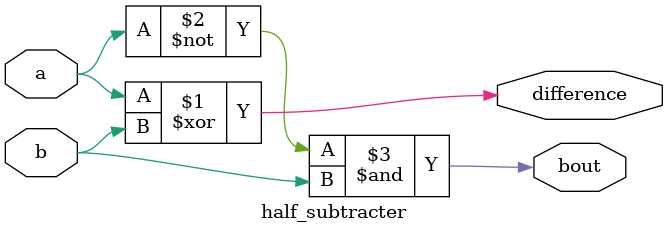
<source format=v>
module half_subtracter(
     input a, b,
	 output difference, bout
	 );
	 assign difference = a ^ b;
	 assign bout = ~a & b;
	endmodule
</source>
